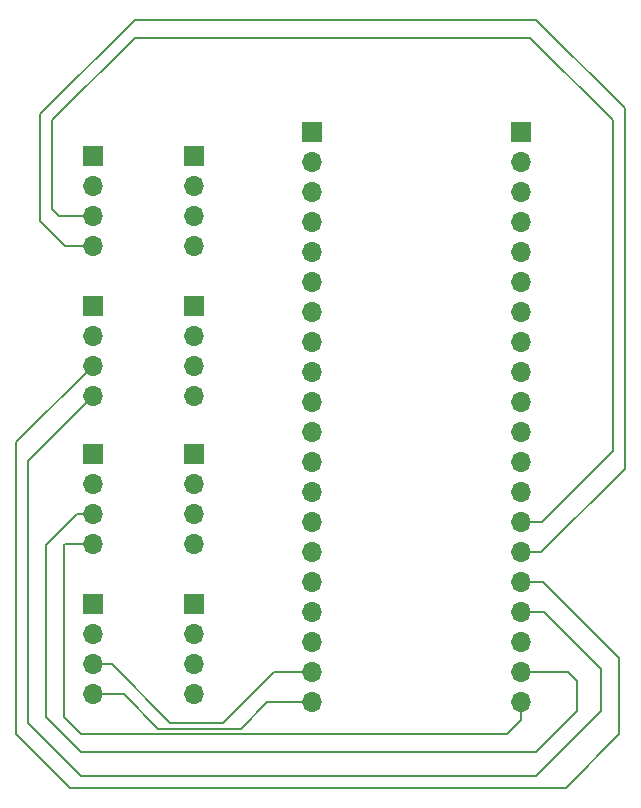
<source format=gbr>
%TF.GenerationSoftware,KiCad,Pcbnew,8.0.8*%
%TF.CreationDate,2025-03-26T17:58:07-04:00*%
%TF.ProjectId,GRIT_main_sub_PCB,47524954-5f6d-4616-996e-5f7375625f50,rev?*%
%TF.SameCoordinates,Original*%
%TF.FileFunction,Copper,L3,Inr*%
%TF.FilePolarity,Positive*%
%FSLAX46Y46*%
G04 Gerber Fmt 4.6, Leading zero omitted, Abs format (unit mm)*
G04 Created by KiCad (PCBNEW 8.0.8) date 2025-03-26 17:58:07*
%MOMM*%
%LPD*%
G01*
G04 APERTURE LIST*
%TA.AperFunction,ComponentPad*%
%ADD10R,1.700000X1.700000*%
%TD*%
%TA.AperFunction,ComponentPad*%
%ADD11O,1.700000X1.700000*%
%TD*%
%TA.AperFunction,Conductor*%
%ADD12C,0.200000*%
%TD*%
G04 APERTURE END LIST*
D10*
%TO.N,N/C*%
%TO.C,REF\u002A\u002A*%
X55835000Y-22860000D03*
D11*
X55835000Y-25400000D03*
X55835000Y-27940000D03*
X55835000Y-30480000D03*
X55835000Y-33020000D03*
X55835000Y-35560000D03*
X55835000Y-38100000D03*
X55835000Y-40640000D03*
X55835000Y-43180000D03*
X55835000Y-45720000D03*
X55835000Y-48260000D03*
X55835000Y-50800000D03*
X55835000Y-53340000D03*
X55835000Y-55880000D03*
X55835000Y-58420000D03*
X55835000Y-60960000D03*
X55835000Y-63500000D03*
X55835000Y-66040000D03*
X55835000Y-68580000D03*
X55835000Y-71120000D03*
%TD*%
D10*
%TO.N,N/C*%
%TO.C,REF\u002A\u002A*%
X38100000Y-22860000D03*
D11*
X38100000Y-25400000D03*
X38100000Y-27940000D03*
X38100000Y-30480000D03*
X38100000Y-33020000D03*
X38100000Y-35560000D03*
X38100000Y-38100000D03*
X38100000Y-40640000D03*
X38100000Y-43180000D03*
X38100000Y-45720000D03*
X38100000Y-48260000D03*
X38100000Y-50800000D03*
X38100000Y-53340000D03*
X38100000Y-55880000D03*
X38100000Y-58420000D03*
X38100000Y-60960000D03*
X38100000Y-63500000D03*
X38100000Y-66040000D03*
X38100000Y-68580000D03*
X38100000Y-71120000D03*
%TD*%
D10*
%TO.N,N/C*%
%TO.C,Vdd*%
X19600000Y-24860000D03*
D11*
X19600000Y-27400000D03*
X19600000Y-29940000D03*
X19600000Y-32480000D03*
%TD*%
D10*
%TO.N,N/C*%
%TO.C,Vdd*%
X19600000Y-62860000D03*
D11*
X19600000Y-65400000D03*
X19600000Y-67940000D03*
X19600000Y-70480000D03*
%TD*%
D10*
%TO.N,N/C*%
%TO.C,Vdd*%
X28100000Y-62860000D03*
D11*
X28100000Y-65400000D03*
X28100000Y-67940000D03*
X28100000Y-70480000D03*
%TD*%
D10*
%TO.N,N/C*%
%TO.C,Vdd*%
X19600000Y-37560000D03*
D11*
X19600000Y-40100000D03*
X19600000Y-42640000D03*
X19600000Y-45180000D03*
%TD*%
D10*
%TO.N,N/C*%
%TO.C,Vdd*%
X28100000Y-37560000D03*
D11*
X28100000Y-40100000D03*
X28100000Y-42640000D03*
X28100000Y-45180000D03*
%TD*%
D10*
%TO.N,N/C*%
%TO.C,Vdd*%
X28100000Y-24860000D03*
D11*
X28100000Y-27400000D03*
X28100000Y-29940000D03*
X28100000Y-32480000D03*
%TD*%
D10*
%TO.N,N/C*%
%TO.C,Vdd*%
X19600000Y-50160000D03*
D11*
X19600000Y-52700000D03*
X19600000Y-55240000D03*
X19600000Y-57780000D03*
%TD*%
D10*
%TO.N,N/C*%
%TO.C,Vdd*%
X28100000Y-50160000D03*
D11*
X28100000Y-52700000D03*
X28100000Y-55240000D03*
X28100000Y-57780000D03*
%TD*%
D12*
%TO.N,*%
X23100000Y-14860000D02*
X56600000Y-14860000D01*
X63600000Y-49860000D02*
X57580000Y-55880000D01*
X56600000Y-14860000D02*
X63600000Y-21860000D01*
X16100000Y-21860000D02*
X23100000Y-14860000D01*
X16100000Y-29360000D02*
X16100000Y-21860000D01*
X63600000Y-21860000D02*
X63600000Y-49860000D01*
X57580000Y-55880000D02*
X55835000Y-55880000D01*
X16680000Y-29940000D02*
X16100000Y-29360000D01*
X19600000Y-29940000D02*
X16680000Y-29940000D01*
X57540000Y-58420000D02*
X55835000Y-58420000D01*
X23100000Y-13360000D02*
X57100000Y-13360000D01*
X64600000Y-20860000D02*
X64600000Y-51360000D01*
X15100000Y-21360000D02*
X23100000Y-13360000D01*
X64600000Y-51360000D02*
X57540000Y-58420000D01*
X15100000Y-30360000D02*
X15100000Y-21360000D01*
X17220000Y-32480000D02*
X15100000Y-30360000D01*
X57100000Y-13360000D02*
X64600000Y-20860000D01*
X19600000Y-32480000D02*
X17220000Y-32480000D01*
X13100000Y-73860000D02*
X13100000Y-49140000D01*
X64100000Y-73860000D02*
X59600000Y-78360000D01*
X13100000Y-49140000D02*
X19600000Y-42640000D01*
X57700000Y-60960000D02*
X64100000Y-67360000D01*
X59600000Y-78360000D02*
X17600000Y-78360000D01*
X55835000Y-60960000D02*
X57700000Y-60960000D01*
X64100000Y-67360000D02*
X64100000Y-73860000D01*
X17600000Y-78360000D02*
X13100000Y-73860000D01*
X57100000Y-77360000D02*
X62600000Y-71860000D01*
X18600000Y-77360000D02*
X57100000Y-77360000D01*
X62600000Y-71860000D02*
X62600000Y-68360000D01*
X62600000Y-68360000D02*
X57740000Y-63500000D01*
X14100000Y-72860000D02*
X18600000Y-77360000D01*
X14100000Y-50680000D02*
X14100000Y-72860000D01*
X57740000Y-63500000D02*
X55835000Y-63500000D01*
X19600000Y-45180000D02*
X14100000Y-50680000D01*
X59820000Y-68580000D02*
X55835000Y-68580000D01*
X60600000Y-69360000D02*
X59820000Y-68580000D01*
X60600000Y-71860000D02*
X60600000Y-69360000D01*
X57100000Y-75360000D02*
X60600000Y-71860000D01*
X18600000Y-75360000D02*
X57100000Y-75360000D01*
X15600000Y-72360000D02*
X18600000Y-75360000D01*
X15600000Y-57860000D02*
X15600000Y-72360000D01*
X18220000Y-55240000D02*
X15600000Y-57860000D01*
X19600000Y-55240000D02*
X18220000Y-55240000D01*
X54600000Y-73860000D02*
X55835000Y-72625000D01*
X17100000Y-72360000D02*
X18600000Y-73860000D01*
X55835000Y-72625000D02*
X55835000Y-71120000D01*
X17100000Y-57860000D02*
X17100000Y-72360000D01*
X18600000Y-73860000D02*
X54600000Y-73860000D01*
X19600000Y-57780000D02*
X17180000Y-57780000D01*
X17180000Y-57780000D02*
X17100000Y-57860000D01*
X38090000Y-71110000D02*
X38100000Y-71120000D01*
X32100000Y-73360000D02*
X34350000Y-71110000D01*
X22220000Y-70480000D02*
X25100000Y-73360000D01*
X19600000Y-70480000D02*
X22220000Y-70480000D01*
X25100000Y-73360000D02*
X32100000Y-73360000D01*
X34350000Y-71110000D02*
X38090000Y-71110000D01*
X34880000Y-68580000D02*
X38100000Y-68580000D01*
X26100000Y-72860000D02*
X30600000Y-72860000D01*
X30600000Y-72860000D02*
X34880000Y-68580000D01*
X21180000Y-67940000D02*
X26100000Y-72860000D01*
X19600000Y-67940000D02*
X21180000Y-67940000D01*
%TD*%
M02*

</source>
